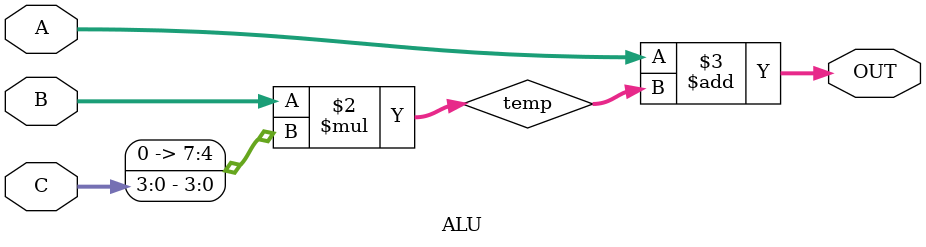
<source format=v>


`timescale 1ns/1ns

module ALU(A,B,C,OUT);
input signed [3:0] A; //0111- 7
input signed [3:0] B; //0111 - 7
input [3:0] C;        //01111 - 15 112
output reg signed [7:0] OUT; //(7 bits to represent 112, 8th bit for sign)
reg signed [7:0] temp;

always@(*) begin
temp = B*$signed({1'b0,C});
OUT=A+temp;
end

endmodule
</source>
